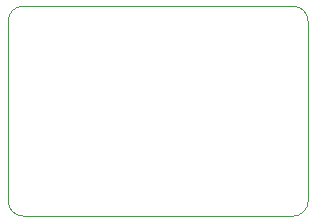
<source format=gm1>
G04 #@! TF.GenerationSoftware,KiCad,Pcbnew,(6.0.0-0)*
G04 #@! TF.CreationDate,2023-02-05T22:05:23-08:00*
G04 #@! TF.ProjectId,breakout,62726561-6b6f-4757-942e-6b696361645f,1.0.0*
G04 #@! TF.SameCoordinates,Original*
G04 #@! TF.FileFunction,Profile,NP*
%FSLAX46Y46*%
G04 Gerber Fmt 4.6, Leading zero omitted, Abs format (unit mm)*
G04 Created by KiCad (PCBNEW (6.0.0-0)) date 2023-02-05 22:05:23*
%MOMM*%
%LPD*%
G01*
G04 APERTURE LIST*
G04 #@! TA.AperFunction,Profile*
%ADD10C,0.100000*%
G04 #@! TD*
G04 APERTURE END LIST*
D10*
X135890000Y-99060000D02*
X135890000Y-114300000D01*
X135890000Y-114300000D02*
G75*
G03*
X137160000Y-115570000I1269999J-1D01*
G01*
X160020000Y-115570000D02*
G75*
G03*
X161290000Y-114300000I1J1269999D01*
G01*
X160020000Y-115570000D02*
X137160000Y-115570000D01*
X161290000Y-99060000D02*
X161290000Y-114300000D01*
X161290000Y-99060000D02*
G75*
G03*
X160020000Y-97790000I-1269999J1D01*
G01*
X160020000Y-97790000D02*
X137160000Y-97790000D01*
X137160000Y-97790000D02*
G75*
G03*
X135890000Y-99060000I-1J-1269999D01*
G01*
M02*

</source>
